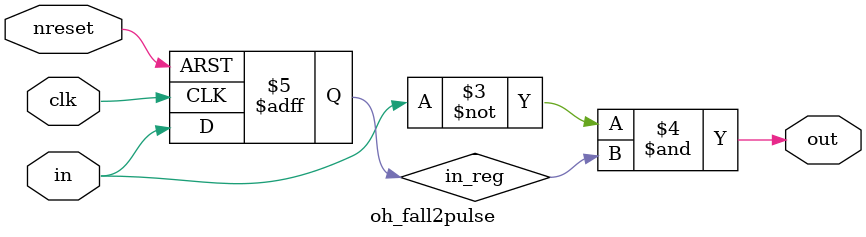
<source format=v>

module oh_fall2pulse
  #( parameter N = 1) //data width
   (
    input 	   clk, // clock
    input 	   nreset, // async active low reset
    input [N-1:0]  in, // edge input
    output [N-1:0] out     // one cycle pulse
    );

   reg [N-1:0] 	   in_reg;

   always @ (posedge clk or negedge nreset)
     if(!nreset)
       in_reg[N-1:0] <= 'b0 ;
     else
       in_reg[N-1:0] <= in[N-1:0] ;

   assign out[N-1:0] = ~in[N-1:0] & in_reg[N-1:0] ;

endmodule // oh_fall2pulse

</source>
